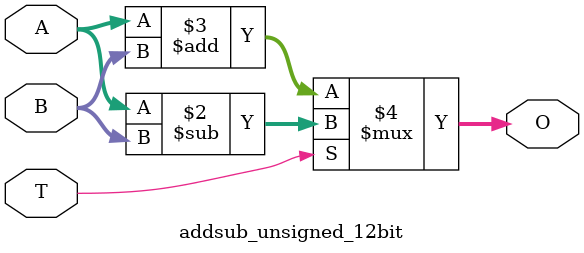
<source format=v>
module addsub_unsigned_12bit(A, B, T, O);
  input [11:0] A;
  input  [11:0] B;
  input T;
  output [12:0] O;

  assign O = (T == 1'b1) ? (A - B) : (A+B);
endmodule




</source>
